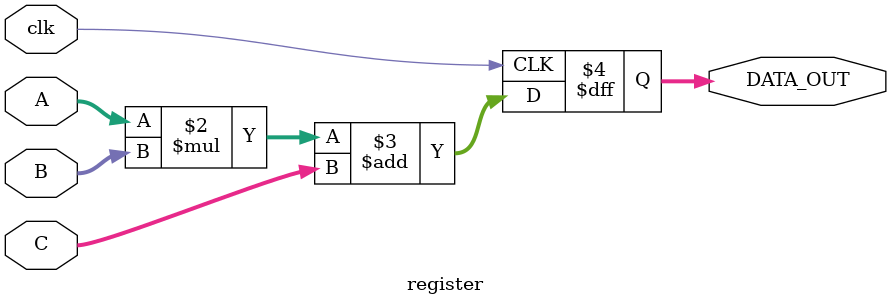
<source format=sv>
module register (A,B,C,clk,DATA_OUT);
input reg [7:0]A;
input reg [7:0]B;
input reg [7:0]C;
input logic clk;
output reg [7:0]DATA_OUT;
always_ff @(posedge clk)   
begin 
DATA_OUT<=A*B+C;
end
endmodule 
</source>
